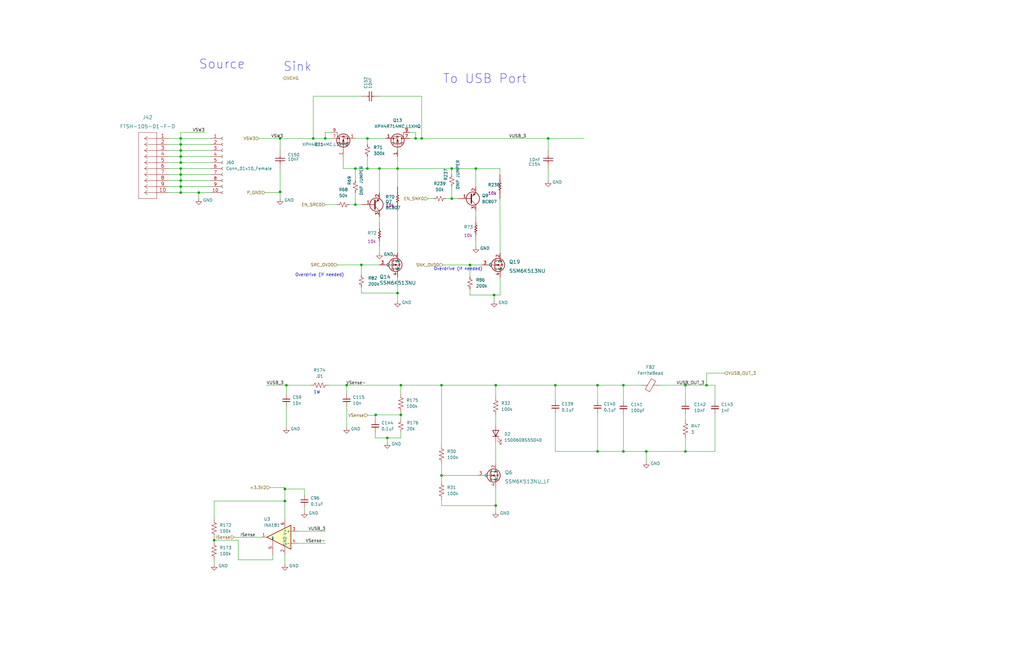
<source format=kicad_sch>
(kicad_sch (version 20230121) (generator eeschema)
  (paper "B")
  (lib_symbols
    (symbol "Amplifier_Current:INA181" (pin_names (offset 0.127))
      (property "Reference" "U" (at 3.81 3.81 0))
      (property "Value" "INA181" (at 3.81 -2.54 0))
      (symbol "INA181_0_1"
        (polyline (pts (xy 5.08 0) (xy -5.08 5.08) (xy -5.08 -5.08) (xy 5.08 0)) (stroke (width 0.254)) (fill (type background)))
      )
      (symbol "INA181_1_1"
        (pin output line (at 7.62 0 180) (length 2.54) (name "~") (number "1"))
        (pin power_in line (at -2.54 -7.62 90) (length 3.81) (name "GND") (number "2"))
        (pin input line (at -7.62 2.54 0) (length 2.54) (name "+") (number "3"))
        (pin input line (at -7.62 -2.54 0) (length 2.54) (name "-") (number "4"))
        (pin input line (at 2.54 -7.62 90) (length 6.35) (name "REF") (number "5"))
        (pin power_in line (at -2.54 7.62 270) (length 3.81) (name "V+") (number "6"))
      )
    )
    (symbol "BCU_AltiumImport-altium-import:0_Cap"
      (property "Value" "0_Cap" (at 0 0 0))
      (symbol "0_Cap_1_0"
        (polyline (pts (xy -2.032 -3.302) (xy 2.032 -3.302)) (stroke (width 0.254)))
        (polyline (pts (xy 0 -5.08) (xy 0 -4.318)) (stroke (width 0.254)))
        (polyline (pts (xy 0 -2.54) (xy 0 -3.302)) (stroke (width 0.254)))
        (polyline (pts (xy 2.032 -4.318) (xy -2.032 -4.318)) (stroke (width 0.254)))
        (pin passive line (at 0 0 270) (length 2.54) (name "1") (number "1"))
        (pin passive line (at 0 -7.62 90) (length 2.54) (name "2") (number "2"))
      )
    )
    (symbol "BCU_AltiumImport-altium-import:0_RES"
      (property "Value" "0_RES" (at 0 0 0))
      (symbol "0_RES_1_0"
        (polyline (pts (xy 7.62 0) (xy 6.604 0) (xy 6.35 -0.508) (xy 5.842 0.508) (xy 5.334 -0.508) (xy 4.826 0.508) (xy 4.318 -0.508) (xy 3.81 0.508) (xy 3.556 0) (xy 2.54 0)) (stroke (width 0.254)))
        (pin passive line (at 0 0 0) (length 2.54) (name "1") (number "1"))
        (pin passive line (at 10.16 0 180) (length 2.54) (name "2") (number "2"))
      )
    )
    (symbol "Connector:Conn_01x10_Female" (pin_names (offset 1.016) hide)
      (property "Reference" "J" (at 0 12.7 0))
      (property "Value" "Conn_01x10_Female" (at 0 -15.24 0))
      (symbol "Conn_01x10_Female_1_1"
        (arc (start 0 -12.192) (mid -0.5058 -12.7) (end 0 -13.208) (stroke (width 0.1524)))
        (arc (start 0 -9.652) (mid -0.5058 -10.16) (end 0 -10.668) (stroke (width 0.1524)))
        (arc (start 0 -7.112) (mid -0.5058 -7.62) (end 0 -8.128) (stroke (width 0.1524)))
        (arc (start 0 -4.572) (mid -0.5058 -5.08) (end 0 -5.588) (stroke (width 0.1524)))
        (arc (start 0 -2.032) (mid -0.5058 -2.54) (end 0 -3.048) (stroke (width 0.1524)))
        (polyline (pts (xy -1.27 -12.7) (xy -0.508 -12.7)) (stroke (width 0.1524)))
        (polyline (pts (xy -1.27 -10.16) (xy -0.508 -10.16)) (stroke (width 0.1524)))
        (polyline (pts (xy -1.27 -7.62) (xy -0.508 -7.62)) (stroke (width 0.1524)))
        (polyline (pts (xy -1.27 -5.08) (xy -0.508 -5.08)) (stroke (width 0.1524)))
        (polyline (pts (xy -1.27 -2.54) (xy -0.508 -2.54)) (stroke (width 0.1524)))
        (polyline (pts (xy -1.27 0) (xy -0.508 0)) (stroke (width 0.1524)))
        (polyline (pts (xy -1.27 2.54) (xy -0.508 2.54)) (stroke (width 0.1524)))
        (polyline (pts (xy -1.27 5.08) (xy -0.508 5.08)) (stroke (width 0.1524)))
        (polyline (pts (xy -1.27 7.62) (xy -0.508 7.62)) (stroke (width 0.1524)))
        (polyline (pts (xy -1.27 10.16) (xy -0.508 10.16)) (stroke (width 0.1524)))
        (arc (start 0 0.508) (mid -0.5058 0) (end 0 -0.508) (stroke (width 0.1524)))
        (arc (start 0 3.048) (mid -0.5058 2.54) (end 0 2.032) (stroke (width 0.1524)))
        (arc (start 0 5.588) (mid -0.5058 5.08) (end 0 4.572) (stroke (width 0.1524)))
        (arc (start 0 8.128) (mid -0.5058 7.62) (end 0 7.112) (stroke (width 0.1524)))
        (arc (start 0 10.668) (mid -0.5058 10.16) (end 0 9.652) (stroke (width 0.1524)))
        (pin passive line (at -5.08 10.16 0) (length 3.81) (name "Pin_1") (number "1"))
        (pin passive line (at -5.08 -12.7 0) (length 3.81) (name "Pin_10") (number "10"))
        (pin passive line (at -5.08 7.62 0) (length 3.81) (name "Pin_2") (number "2"))
        (pin passive line (at -5.08 5.08 0) (length 3.81) (name "Pin_3") (number "3"))
        (pin passive line (at -5.08 2.54 0) (length 3.81) (name "Pin_4") (number "4"))
        (pin passive line (at -5.08 0 0) (length 3.81) (name "Pin_5") (number "5"))
        (pin passive line (at -5.08 -2.54 0) (length 3.81) (name "Pin_6") (number "6"))
        (pin passive line (at -5.08 -5.08 0) (length 3.81) (name "Pin_7") (number "7"))
        (pin passive line (at -5.08 -7.62 0) (length 3.81) (name "Pin_8") (number "8"))
        (pin passive line (at -5.08 -10.16 0) (length 3.81) (name "Pin_9") (number "9"))
      )
    )
    (symbol "Connector:FTSH-105-01-F-D" (pin_names (offset 0.254) hide)
      (property "Reference" "J?" (at 8.89 6.35 0))
      (property "Value" "FTSH-105-01-F-D" (at 26.67 -6.35 0))
      (symbol "FTSH-105-01-F-D_1_1"
        (polyline (pts (xy 5.08 -25.4) (xy 12.7 -25.4)) (stroke (width 0.127)))
        (polyline (pts (xy 5.08 2.54) (xy 5.08 -25.4)) (stroke (width 0.127)))
        (polyline (pts (xy 10.16 -22.86) (xy 5.08 -22.86)) (stroke (width 0.127)))
        (polyline (pts (xy 10.16 -22.86) (xy 8.89 -23.6982)) (stroke (width 0.127)))
        (polyline (pts (xy 10.16 -22.86) (xy 8.89 -22.0218)) (stroke (width 0.127)))
        (polyline (pts (xy 10.16 -20.32) (xy 5.08 -20.32)) (stroke (width 0.127)))
        (polyline (pts (xy 10.16 -20.32) (xy 8.89 -21.1582)) (stroke (width 0.127)))
        (polyline (pts (xy 10.16 -20.32) (xy 8.89 -19.4818)) (stroke (width 0.127)))
        (polyline (pts (xy 10.16 -17.78) (xy 5.08 -17.78)) (stroke (width 0.127)))
        (polyline (pts (xy 10.16 -17.78) (xy 8.89 -18.6182)) (stroke (width 0.127)))
        (polyline (pts (xy 10.16 -17.78) (xy 8.89 -16.9418)) (stroke (width 0.127)))
        (polyline (pts (xy 10.16 -15.24) (xy 5.08 -15.24)) (stroke (width 0.127)))
        (polyline (pts (xy 10.16 -15.24) (xy 8.89 -16.0782)) (stroke (width 0.127)))
        (polyline (pts (xy 10.16 -15.24) (xy 8.89 -14.4018)) (stroke (width 0.127)))
        (polyline (pts (xy 10.16 -12.7) (xy 5.08 -12.7)) (stroke (width 0.127)))
        (polyline (pts (xy 10.16 -12.7) (xy 8.89 -13.5382)) (stroke (width 0.127)))
        (polyline (pts (xy 10.16 -12.7) (xy 8.89 -11.8618)) (stroke (width 0.127)))
        (polyline (pts (xy 10.16 -10.16) (xy 5.08 -10.16)) (stroke (width 0.127)))
        (polyline (pts (xy 10.16 -10.16) (xy 8.89 -10.9982)) (stroke (width 0.127)))
        (polyline (pts (xy 10.16 -10.16) (xy 8.89 -9.3218)) (stroke (width 0.127)))
        (polyline (pts (xy 10.16 -7.62) (xy 5.08 -7.62)) (stroke (width 0.127)))
        (polyline (pts (xy 10.16 -7.62) (xy 8.89 -8.4582)) (stroke (width 0.127)))
        (polyline (pts (xy 10.16 -7.62) (xy 8.89 -6.7818)) (stroke (width 0.127)))
        (polyline (pts (xy 10.16 -5.08) (xy 5.08 -5.08)) (stroke (width 0.127)))
        (polyline (pts (xy 10.16 -5.08) (xy 8.89 -5.9182)) (stroke (width 0.127)))
        (polyline (pts (xy 10.16 -5.08) (xy 8.89 -4.2418)) (stroke (width 0.127)))
        (polyline (pts (xy 10.16 -2.54) (xy 5.08 -2.54)) (stroke (width 0.127)))
        (polyline (pts (xy 10.16 -2.54) (xy 8.89 -3.3782)) (stroke (width 0.127)))
        (polyline (pts (xy 10.16 -2.54) (xy 8.89 -1.7018)) (stroke (width 0.127)))
        (polyline (pts (xy 10.16 0) (xy 5.08 0)) (stroke (width 0.127)))
        (polyline (pts (xy 10.16 0) (xy 8.89 -0.8382)) (stroke (width 0.127)))
        (polyline (pts (xy 10.16 0) (xy 8.89 0.8382)) (stroke (width 0.127)))
        (polyline (pts (xy 12.7 -25.4) (xy 12.7 2.54)) (stroke (width 0.127)))
        (polyline (pts (xy 12.7 2.54) (xy 5.08 2.54)) (stroke (width 0.127)))
        (pin unspecified line (at 0 0 0) (length 5.08) (name "1") (number "1"))
        (pin unspecified line (at 0 -22.86 0) (length 5.08) (name "10") (number "10"))
        (pin unspecified line (at 0 -2.54 0) (length 5.08) (name "2") (number "2"))
        (pin unspecified line (at 0 -5.08 0) (length 5.08) (name "3") (number "3"))
        (pin unspecified line (at 0 -7.62 0) (length 5.08) (name "4") (number "4"))
        (pin unspecified line (at 0 -10.16 0) (length 5.08) (name "5") (number "5"))
        (pin unspecified line (at 0 -12.7 0) (length 5.08) (name "6") (number "6"))
        (pin unspecified line (at 0 -15.24 0) (length 5.08) (name "7") (number "7"))
        (pin unspecified line (at 0 -17.78 0) (length 5.08) (name "8") (number "8"))
        (pin unspecified line (at 0 -20.32 0) (length 5.08) (name "9") (number "9"))
      )
    )
    (symbol "Device:C_Small" (pin_numbers hide) (pin_names (offset 0.254) hide)
      (property "Reference" "C" (at 0.254 1.778 0))
      (property "Value" "C_Small" (at 0.254 -2.032 0))
      (symbol "C_Small_0_1"
        (polyline (pts (xy -1.524 -0.508) (xy 1.524 -0.508)) (stroke (width 0.3302)))
        (polyline (pts (xy -1.524 0.508) (xy 1.524 0.508)) (stroke (width 0.3048)))
      )
      (symbol "C_Small_1_1"
        (pin passive line (at 0 2.54 270) (length 2.032) (name "~") (number "1"))
        (pin passive line (at 0 -2.54 90) (length 2.032) (name "~") (number "2"))
      )
    )
    (symbol "Device:FerriteBead" (pin_numbers hide) (pin_names (offset 0))
      (property "Reference" "FB" (at -3.81 0.635 90))
      (property "Value" "FerriteBead" (at 3.81 0 90))
      (symbol "FerriteBead_0_1"
        (polyline (pts (xy 0 -1.27) (xy 0 -1.2192)))
        (polyline (pts (xy 0 1.27) (xy 0 1.2954)))
        (polyline (pts (xy -2.7686 0.4064) (xy -1.7018 2.2606) (xy 2.7686 -0.3048) (xy 1.6764 -2.159) (xy -2.7686 0.4064)))
      )
      (symbol "FerriteBead_1_1"
        (pin passive line (at 0 3.81 270) (length 2.54) (name "~") (number "1"))
        (pin passive line (at 0 -3.81 90) (length 2.54) (name "~") (number "2"))
      )
    )
    (symbol "Device:LED" (pin_numbers hide) (pin_names (offset 1.016) hide)
      (property "Reference" "D" (at 0 2.54 0))
      (property "Value" "LED" (at 0 -2.54 0))
      (symbol "LED_0_1"
        (polyline (pts (xy -1.27 -1.27) (xy -1.27 1.27)) (stroke (width 0.254)))
        (polyline (pts (xy -1.27 0) (xy 1.27 0)))
        (polyline (pts (xy 1.27 -1.27) (xy 1.27 1.27) (xy -1.27 0) (xy 1.27 -1.27)) (stroke (width 0.254)))
        (polyline (pts (xy -3.048 -0.762) (xy -4.572 -2.286) (xy -3.81 -2.286) (xy -4.572 -2.286) (xy -4.572 -1.524)))
        (polyline (pts (xy -1.778 -0.762) (xy -3.302 -2.286) (xy -2.54 -2.286) (xy -3.302 -2.286) (xy -3.302 -1.524)))
      )
      (symbol "LED_1_1"
        (pin passive line (at -3.81 0 0) (length 2.54) (name "K") (number "1"))
        (pin passive line (at 3.81 0 180) (length 2.54) (name "A") (number "2"))
      )
    )
    (symbol "Device:Q_PMOS_SGDD" (pin_names (offset 0) hide)
      (property "Reference" "Q" (at 5.08 1.27 0))
      (property "Value" "Q_PMOS_SGDD" (at 5.08 -1.27 0))
      (symbol "Q_PMOS_SGDD_0_1"
        (polyline (pts (xy 0.254 0) (xy -2.54 0)))
        (polyline (pts (xy 0.254 1.905) (xy 0.254 -1.905)) (stroke (width 0.254)))
        (polyline (pts (xy 0.762 -1.27) (xy 0.762 -2.286)) (stroke (width 0.254)))
        (polyline (pts (xy 0.762 0.508) (xy 0.762 -0.508)) (stroke (width 0.254)))
        (polyline (pts (xy 0.762 2.286) (xy 0.762 1.27)) (stroke (width 0.254)))
        (polyline (pts (xy 2.54 -2.54) (xy 2.54 0) (xy 0.762 0)))
        (polyline (pts (xy 5.08 2.54) (xy 2.54 2.54) (xy 2.54 1.778)))
        (polyline (pts (xy 0.762 1.778) (xy 3.302 1.778) (xy 3.302 -1.778) (xy 0.762 -1.778)))
        (polyline (pts (xy 2.286 0) (xy 1.27 0.381) (xy 1.27 -0.381) (xy 2.286 0)) (fill (type outline)))
        (polyline (pts (xy 2.794 -0.508) (xy 2.921 -0.381) (xy 3.683 -0.381) (xy 3.81 -0.254)))
        (polyline (pts (xy 3.302 -0.381) (xy 2.921 0.254) (xy 3.683 0.254) (xy 3.302 -0.381)))
        (circle (center 1.651 0) (radius 2.794) (stroke (width 0.254)))
        (circle (center 2.54 -1.778) (radius 0.254) (fill (type outline)))
        (circle (center 2.54 1.778) (radius 0.254) (fill (type outline)))
      )
      (symbol "Q_PMOS_SGDD_1_1"
        (pin input line (at -5.08 0 0) (length 2.54) (name "G") (number "1"))
        (pin passive line (at 2.54 -5.08 90) (length 2.54) (name "S") (number "1"))
        (pin passive line (at 2.54 -5.08 90) (length 2.54) hide (name "S") (number "2"))
        (pin passive line (at 2.54 -5.08 90) (length 2.54) hide (name "S") (number "3"))
        (pin passive line (at 5.08 5.08 270) (length 2.54) hide (name "D") (number "5"))
        (pin passive line (at 2.54 5.08 270) (length 2.54) hide (name "D") (number "6"))
        (pin passive line (at 2.54 5.08 270) (length 2.54) (name "D") (number "7"))
        (pin passive line (at 5.08 5.08 270) (length 2.54) hide (name "D") (number "8"))
        (pin passive line (at 5.08 5.08 270) (length 2.54) (name "D") (number "9"))
      )
    )
    (symbol "Device:R_Small_US" (pin_numbers hide) (pin_names (offset 0.254) hide)
      (property "Reference" "R" (at 0.762 0.508 0))
      (property "Value" "R_Small_US" (at 0.762 -1.016 0))
      (symbol "R_Small_US_1_1"
        (polyline (pts (xy 0 0) (xy 1.016 -0.381) (xy 0 -0.762) (xy -1.016 -1.143) (xy 0 -1.524)))
        (polyline (pts (xy 0 1.524) (xy 1.016 1.143) (xy 0 0.762) (xy -1.016 0.381) (xy 0 0)))
        (pin passive line (at 0 2.54 270) (length 1.016) (name "~") (number "1"))
        (pin passive line (at 0 -2.54 90) (length 1.016) (name "~") (number "2"))
      )
    )
    (symbol "Device:R_US" (pin_numbers hide) (pin_names (offset 0))
      (property "Reference" "R" (at 2.54 0 90))
      (property "Value" "R_US" (at -2.54 0 90))
      (symbol "R_US_0_1"
        (polyline (pts (xy 0 -2.286) (xy 0 -2.54)))
        (polyline (pts (xy 0 2.286) (xy 0 2.54)))
        (polyline (pts (xy 0 -0.762) (xy 1.016 -1.143) (xy 0 -1.524) (xy -1.016 -1.905) (xy 0 -2.286)))
        (polyline (pts (xy 0 0.762) (xy 1.016 0.381) (xy 0 0) (xy -1.016 -0.381) (xy 0 -0.762)))
        (polyline (pts (xy 0 2.286) (xy 1.016 1.905) (xy 0 1.524) (xy -1.016 1.143) (xy 0 0.762)))
      )
      (symbol "R_US_1_1"
        (pin passive line (at 0 3.81 270) (length 1.27) (name "~") (number "1"))
        (pin passive line (at 0 -3.81 90) (length 1.27) (name "~") (number "2"))
      )
    )
    (symbol "Transistor_BJT:BC807" (pin_names (offset 0) hide)
      (property "Reference" "Q" (at 5.08 1.905 0))
      (property "Value" "BC807" (at 5.08 0 0))
      (symbol "BC807_0_1"
        (polyline (pts (xy 0.635 0.635) (xy 2.54 2.54)))
        (polyline (pts (xy 0.635 -0.635) (xy 2.54 -2.54) (xy 2.54 -2.54)))
        (polyline (pts (xy 0.635 1.905) (xy 0.635 -1.905) (xy 0.635 -1.905)) (stroke (width 0.508)))
        (polyline (pts (xy 2.286 -1.778) (xy 1.778 -2.286) (xy 1.27 -1.27) (xy 2.286 -1.778) (xy 2.286 -1.778)) (fill (type outline)))
        (circle (center 1.27 0) (radius 2.8194) (stroke (width 0.254)))
      )
      (symbol "BC807_1_1"
        (pin input line (at -5.08 0 0) (length 5.715) (name "B") (number "1"))
        (pin passive line (at 2.54 -5.08 90) (length 2.54) (name "E") (number "2"))
        (pin passive line (at 2.54 5.08 270) (length 2.54) (name "C") (number "3"))
      )
    )
    (symbol "Transistor_FET:SSM6K513NU_LF" (pin_names (offset 0.254))
      (property "Reference" "Q" (at 12.7 8.89 0))
      (property "Value" "SSM6K513NU_LF" (at 19.05 6.35 0))
      (symbol "SSM6K513NU_LF_0_1"
        (polyline (pts (xy 1.524 0) (xy -1.27 0)))
        (polyline (pts (xy 1.524 1.905) (xy 1.524 -1.905)) (stroke (width 0.254)))
        (polyline (pts (xy 2.032 -1.27) (xy 2.032 -2.286)) (stroke (width 0.254)))
        (polyline (pts (xy 2.032 0.508) (xy 2.032 -0.508)) (stroke (width 0.254)))
        (polyline (pts (xy 2.032 2.286) (xy 2.032 1.27)) (stroke (width 0.254)))
        (polyline (pts (xy 3.81 2.54) (xy 3.81 1.778)))
        (polyline (pts (xy 3.81 -2.54) (xy 3.81 0) (xy 2.032 0)))
        (polyline (pts (xy 2.032 -1.778) (xy 4.572 -1.778) (xy 4.572 1.778) (xy 2.032 1.778)))
        (polyline (pts (xy 2.286 0) (xy 3.302 0.381) (xy 3.302 -0.381) (xy 2.286 0)) (fill (type outline)))
        (polyline (pts (xy 4.064 0.508) (xy 4.191 0.381) (xy 4.953 0.381) (xy 5.08 0.254)))
        (polyline (pts (xy 4.572 0.381) (xy 4.191 -0.254) (xy 4.953 -0.254) (xy 4.572 0.381)))
        (circle (center 2.921 0) (radius 2.794) (stroke (width 0.254)))
        (circle (center 3.81 -1.778) (radius 0.254) (fill (type outline)))
        (circle (center 3.81 1.778) (radius 0.254) (fill (type outline)))
      )
      (symbol "SSM6K513NU_LF_1_1"
        (pin passive line (at 3.81 5.08 270) (length 2.54) hide (name "D") (number "1"))
        (pin passive line (at 3.81 5.08 270) (length 2.54) (name "D") (number "2"))
        (pin input line (at -3.81 0 0) (length 2.54) (name "G") (number "3"))
        (pin passive line (at 3.81 -5.08 90) (length 2.54) (name "S") (number "4"))
        (pin passive line (at 3.81 5.08 270) (length 2.54) hide (name "D") (number "5"))
        (pin passive line (at 3.81 5.08 270) (length 2.54) hide (name "D") (number "6"))
      )
    )
    (symbol "power:GND" (power) (pin_names (offset 0))
      (property "Value" "GND" (at 0 -3.81 0))
      (symbol "GND_0_1"
        (polyline (pts (xy 0 0) (xy 0 -1.27) (xy 1.27 -1.27) (xy 0 -2.54) (xy -1.27 -1.27) (xy 0 -1.27)))
      )
      (symbol "GND_1_1"
        (pin power_in line (at 0 0 270) (length 0) hide (name "GND") (number "1"))
      )
    )
  )
  (junction (at 262.89 190.5))
  (junction (at 118.11 80.9737))
  (junction (at 186.1769 200.66))
  (junction (at 163.3169 184.785))
  (junction (at 137.16 58.42))
  (junction (at 251.968 190.5))
  (junction (at 118.11 58.42))
  (junction (at 160.02 71.12))
  (junction (at 297.9369 162.56))
  (junction (at 167.64 71.12))
  (junction (at 186.1769 162.56))
  (junction (at 154.94 58.42))
  (junction (at 76.2 63.5))
  (junction (at 154.94 71.12))
  (junction (at 146.1719 162.56))
  (junction (at 120.1369 206.375))
  (junction (at 132.08 58.42))
  (junction (at 76.2 66.04))
  (junction (at 149.86 86.36))
  (junction (at 76.2 60.96))
  (junction (at 76.2 78.74))
  (junction (at 209.0369 162.56))
  (junction (at 76.2 68.58))
  (junction (at 76.2 58.42))
  (junction (at 262.89 162.56))
  (junction (at 76.2 81.28))
  (junction (at 190.5 83.82))
  (junction (at 169.0319 162.56))
  (junction (at 208.341 124.4999))
  (junction (at 234.188 162.56))
  (junction (at 175.26 58.42))
  (junction (at 289.052 190.5))
  (junction (at 231.14 58.42))
  (junction (at 200.66 71.12))
  (junction (at 158.4243 175.0535))
  (junction (at 152.4 111.76))
  (junction (at 177.8 58.42))
  (junction (at 198.181 111.7999))
  (junction (at 120.7719 162.56))
  (junction (at 169.0319 175.0535))
  (junction (at 90.2919 227.965))
  (junction (at 149.86 71.12))
  (junction (at 120.1369 211.455))
  (junction (at 272.5369 190.5))
  (junction (at 83.82 81.28))
  (junction (at 76.2 76.2))
  (junction (at 251.968 162.56))
  (junction (at 190.5 71.12))
  (junction (at 289.052 162.56))
  (junction (at 76.2 71.12))
  (junction (at 76.2 73.66))
  (junction (at 167.64 123.698))
  (junction (at 209.0369 213.36))
  (wire (pts (xy 167.64 123.698) (xy 167.64 127)))
  (wire (pts (xy 76.2 68.58) (xy 71.12 68.58)))
  (wire (pts (xy 234.188 190.5) (xy 234.188 174.244)))
  (wire (pts (xy 158.4243 175.26) (xy 158.4243 175.0535)))
  (wire (pts (xy 210.82 83.82) (xy 210.881 106.7199)))
  (wire (pts (xy 83.82 83.82) (xy 83.82 81.28)))
  (wire (pts (xy 146.1719 166.37) (xy 146.1719 162.56)))
  (wire (pts (xy 186.751 111.7999) (xy 198.181 111.7999)))
  (wire (pts (xy 88.9 68.58) (xy 76.2 68.58)))
  (wire (pts (xy 88.9 78.74) (xy 76.2 78.74)))
  (wire (pts (xy 88.9 71.12) (xy 76.2 71.12)))
  (wire (pts (xy 154.94 58.42) (xy 154.94 60.96)))
  (wire (pts (xy 198.181 111.7999) (xy 198.181 116.8799)))
  (wire (pts (xy 132.08 58.42) (xy 137.16 58.42)))
  (wire (pts (xy 272.5369 194.945) (xy 272.5369 190.5)))
  (wire (pts (xy 169.0319 175.0535) (xy 169.0319 173.99)))
  (wire (pts (xy 160.02 91.44) (xy 160.02 93.98)))
  (wire (pts (xy 169.0319 177.165) (xy 169.0319 175.0535)))
  (wire (pts (xy 167.64 88.9) (xy 167.64 106.68)))
  (wire (pts (xy 137.2819 229.235) (xy 125.2169 229.235)))
  (wire (pts (xy 251.968 169.164) (xy 251.968 162.56)))
  (wire (pts (xy 278.13 162.56) (xy 289.052 162.56)))
  (wire (pts (xy 76.2 76.2) (xy 76.2 78.74)))
  (wire (pts (xy 209.0369 215.9) (xy 209.0369 213.36)))
  (wire (pts (xy 180.34 83.82) (xy 182.88 83.82)))
  (wire (pts (xy 76.2 81.28) (xy 71.12 81.28)))
  (wire (pts (xy 186.1769 200.66) (xy 201.4169 200.66)))
  (wire (pts (xy 163.3169 184.785) (xy 169.0319 184.785)))
  (wire (pts (xy 167.64 71.12) (xy 167.64 66.04)))
  (wire (pts (xy 149.86 71.12) (xy 149.86 76.2)))
  (wire (pts (xy 262.89 162.56) (xy 270.51 162.56)))
  (wire (pts (xy 137.16 55.88) (xy 139.7 55.88)))
  (wire (pts (xy 208.341 124.4999) (xy 210.881 124.4999)))
  (wire (pts (xy 198.181 111.7999) (xy 203.261 111.7999)))
  (wire (pts (xy 190.5 83.82) (xy 193.04 83.82)))
  (wire (pts (xy 175.26 58.42) (xy 177.8 58.42)))
  (wire (pts (xy 88.9 76.2) (xy 76.2 76.2)))
  (wire (pts (xy 71.12 73.66) (xy 76.2 73.66)))
  (wire (pts (xy 120.1369 206.375) (xy 120.1369 211.455)))
  (wire (pts (xy 231.14 71.12) (xy 231.14 76.2)))
  (wire (pts (xy 208.341 124.4999) (xy 208.341 127.0399)))
  (wire (pts (xy 149.86 81.28) (xy 149.86 86.36)))
  (wire (pts (xy 152.4 123.698) (xy 167.64 123.698)))
  (wire (pts (xy 138.5519 162.56) (xy 146.1719 162.56)))
  (wire (pts (xy 210.82 71.12) (xy 210.82 73.66)))
  (wire (pts (xy 120.7719 171.45) (xy 120.7719 180.34)))
  (wire (pts (xy 209.0369 205.74) (xy 209.0369 213.36)))
  (wire (pts (xy 90.2919 228.6) (xy 90.2919 227.965)))
  (wire (pts (xy 88.9 66.04) (xy 76.2 66.04)))
  (wire (pts (xy 101.3334 226.718) (xy 98.6748 226.718)))
  (wire (pts (xy 289.052 162.56) (xy 297.9369 162.56)))
  (wire (pts (xy 149.86 71.12) (xy 154.94 71.12)))
  (wire (pts (xy 88.9 63.5) (xy 76.2 63.5)))
  (wire (pts (xy 88.9 81.28) (xy 83.82 81.28)))
  (wire (pts (xy 210.881 116.8799) (xy 210.881 124.4999)))
  (wire (pts (xy 186.1769 162.56) (xy 209.0369 162.56)))
  (wire (pts (xy 172.72 55.88) (xy 175.26 55.88)))
  (wire (pts (xy 71.12 66.04) (xy 76.2 66.04)))
  (wire (pts (xy 231.14 58.42) (xy 231.14 63.5)))
  (wire (pts (xy 190.5 71.12) (xy 190.5 73.66)))
  (wire (pts (xy 120.1369 211.455) (xy 120.1369 219.075)))
  (wire (pts (xy 200.66 104.14) (xy 200.66 101.6)))
  (wire (pts (xy 120.7719 162.56) (xy 120.7719 166.37)))
  (wire (pts (xy 120.7719 162.56) (xy 130.9319 162.56)))
  (wire (pts (xy 137.16 55.88) (xy 137.16 58.42)))
  (wire (pts (xy 146.1719 162.56) (xy 169.0319 162.56)))
  (wire (pts (xy 160.02 106.68) (xy 160.02 104.14)))
  (wire (pts (xy 120.1369 205.74) (xy 120.1369 206.375)))
  (wire (pts (xy 83.82 81.28) (xy 76.2 81.28)))
  (wire (pts (xy 169.0319 182.245) (xy 169.0319 184.785)))
  (wire (pts (xy 146.1719 171.45) (xy 146.1719 180.34)))
  (wire (pts (xy 149.86 86.36) (xy 152.4 86.36)))
  (wire (pts (xy 231.14 58.42) (xy 246.38 58.42)))
  (wire (pts (xy 251.968 174.244) (xy 251.968 190.5)))
  (wire (pts (xy 71.12 60.96) (xy 76.2 60.96)))
  (wire (pts (xy 234.188 169.164) (xy 234.188 162.56)))
  (wire (pts (xy 76.2 63.5) (xy 76.2 66.04)))
  (wire (pts (xy 200.66 88.9) (xy 200.66 91.44)))
  (wire (pts (xy 272.5369 190.5) (xy 289.052 190.5)))
  (wire (pts (xy 118.11 58.42) (xy 118.11 63.5)))
  (wire (pts (xy 297.9369 162.56) (xy 297.9369 157.48)))
  (wire (pts (xy 115.0569 236.22) (xy 100.4519 236.22)))
  (wire (pts (xy 86.36 55.88) (xy 76.2 55.88)))
  (wire (pts (xy 198.181 121.9599) (xy 198.181 124.4999)))
  (wire (pts (xy 297.9369 162.56) (xy 301.498 162.56)))
  (wire (pts (xy 177.8 40.64) (xy 177.8 58.42)))
  (wire (pts (xy 149.86 58.42) (xy 154.94 58.42)))
  (wire (pts (xy 142.24 111.76) (xy 152.4 111.76)))
  (wire (pts (xy 169.0319 166.37) (xy 169.0319 162.56)))
  (wire (pts (xy 137.2819 224.155) (xy 125.2169 224.155)))
  (wire (pts (xy 209.0369 175.26) (xy 209.0369 179.07)))
  (wire (pts (xy 155.0619 175.26) (xy 158.4243 175.26)))
  (wire (pts (xy 152.4 111.76) (xy 160.02 111.76)))
  (wire (pts (xy 163.3169 186.69) (xy 163.3169 184.785)))
  (wire (pts (xy 144.78 66.04) (xy 144.78 71.12)))
  (wire (pts (xy 158.2369 175.0535) (xy 158.4243 175.0535)))
  (wire (pts (xy 76.2 71.12) (xy 76.2 73.66)))
  (wire (pts (xy 71.12 63.5) (xy 76.2 63.5)))
  (wire (pts (xy 234.188 190.5) (xy 251.968 190.5)))
  (wire (pts (xy 160.02 71.12) (xy 160.02 81.28)))
  (wire (pts (xy 144.78 71.12) (xy 149.86 71.12)))
  (wire (pts (xy 137.16 86.36) (xy 142.24 86.36)))
  (wire (pts (xy 190.5 78.74) (xy 190.5 83.82)))
  (wire (pts (xy 262.89 174.498) (xy 262.89 190.5)))
  (wire (pts (xy 152.4 40.64) (xy 132.08 40.64)))
  (wire (pts (xy 118.11 71.12) (xy 118.11 80.9737)))
  (wire (pts (xy 152.4 111.76) (xy 152.4 116.078)))
  (wire (pts (xy 158.2369 184.785) (xy 163.3169 184.785)))
  (wire (pts (xy 71.12 71.12) (xy 76.2 71.12)))
  (wire (pts (xy 88.9 60.96) (xy 76.2 60.96)))
  (wire (pts (xy 186.1769 213.36) (xy 209.0369 213.36)))
  (wire (pts (xy 200.66 71.12) (xy 210.82 71.12)))
  (wire (pts (xy 186.1769 210.82) (xy 186.1769 213.36)))
  (wire (pts (xy 289.052 190.5) (xy 301.498 190.5)))
  (wire (pts (xy 76.2 58.42) (xy 76.2 60.96)))
  (wire (pts (xy 297.9369 157.48) (xy 305.5569 157.48)))
  (wire (pts (xy 118.11 80.9737) (xy 118.11 83.82)))
  (wire (pts (xy 177.8 58.42) (xy 231.14 58.42)))
  (wire (pts (xy 167.64 71.12) (xy 167.64 78.74)))
  (wire (pts (xy 115.0569 234.315) (xy 115.0569 236.22)))
  (wire (pts (xy 76.2 55.88) (xy 76.2 58.42)))
  (wire (pts (xy 120.7719 162.56) (xy 112.4058 162.56)))
  (wire (pts (xy 71.12 76.2) (xy 76.2 76.2)))
  (wire (pts (xy 137.16 58.42) (xy 139.7 58.42)))
  (wire (pts (xy 76.2 66.04) (xy 76.2 68.58)))
  (wire (pts (xy 109.22 58.42) (xy 118.11 58.42)))
  (wire (pts (xy 251.968 162.56) (xy 262.89 162.56)))
  (wire (pts (xy 88.9 73.66) (xy 76.2 73.66)))
  (wire (pts (xy 186.1769 195.58) (xy 186.1769 200.66)))
  (wire (pts (xy 289.052 174.498) (xy 289.052 177.292)))
  (wire (pts (xy 120.1369 238.125) (xy 120.1369 234.315)))
  (wire (pts (xy 234.188 162.56) (xy 251.968 162.56)))
  (wire (pts (xy 113.7869 205.74) (xy 120.1369 205.74)))
  (wire (pts (xy 154.94 66.04) (xy 154.94 71.12)))
  (wire (pts (xy 147.32 86.36) (xy 149.86 86.36)))
  (wire (pts (xy 262.89 190.5) (xy 272.5369 190.5)))
  (wire (pts (xy 90.2919 238.125) (xy 90.2919 236.22)))
  (wire (pts (xy 128.3919 206.375) (xy 120.1369 206.375)))
  (wire (pts (xy 117.9748 81.28) (xy 117.9748 80.9737)))
  (wire (pts (xy 76.2 78.74) (xy 76.2 81.28)))
  (wire (pts (xy 88.9 58.42) (xy 76.2 58.42)))
  (wire (pts (xy 128.3919 208.915) (xy 128.3919 206.375)))
  (wire (pts (xy 289.052 184.912) (xy 289.052 190.5)))
  (wire (pts (xy 76.2 73.66) (xy 76.2 76.2)))
  (wire (pts (xy 158.4243 175.0535) (xy 169.0319 175.0535)))
  (wire (pts (xy 190.5 71.12) (xy 200.66 71.12)))
  (wire (pts (xy 209.0369 162.56) (xy 234.188 162.56)))
  (wire (pts (xy 200.66 71.12) (xy 200.66 78.74)))
  (wire (pts (xy 90.2919 211.455) (xy 120.1369 211.455)))
  (wire (pts (xy 187.96 83.82) (xy 190.5 83.82)))
  (wire (pts (xy 169.0319 162.56) (xy 186.1769 162.56)))
  (wire (pts (xy 128.3919 215.9) (xy 128.3919 213.995)))
  (wire (pts (xy 158.2369 177.165) (xy 158.2369 175.0535)))
  (wire (pts (xy 101.3334 226.718) (xy 109.9769 226.695)))
  (wire (pts (xy 262.89 162.56) (xy 262.89 169.418)))
  (wire (pts (xy 76.2 60.96) (xy 76.2 63.5)))
  (wire (pts (xy 251.968 190.5) (xy 262.89 190.5)))
  (wire (pts (xy 172.72 58.42) (xy 175.26 58.42)))
  (wire (pts (xy 289.052 169.418) (xy 289.052 162.56)))
  (wire (pts (xy 160.02 40.64) (xy 177.8 40.64)))
  (wire (pts (xy 301.498 169.418) (xy 301.498 162.56)))
  (wire (pts (xy 209.0369 186.69) (xy 209.0369 195.58)))
  (wire (pts (xy 158.2369 182.245) (xy 158.2369 184.785)))
  (wire (pts (xy 118.11 58.42) (xy 132.08 58.42)))
  (wire (pts (xy 175.26 55.88) (xy 175.26 58.42)))
  (wire (pts (xy 186.1769 203.2) (xy 186.1769 200.66)))
  (wire (pts (xy 160.02 71.12) (xy 167.64 71.12)))
  (wire (pts (xy 167.64 71.12) (xy 190.5 71.12)))
  (wire (pts (xy 71.12 78.74) (xy 76.2 78.74)))
  (wire (pts (xy 111.76 81.28) (xy 117.9748 81.28)))
  (wire (pts (xy 209.0369 162.56) (xy 209.0369 167.64)))
  (wire (pts (xy 90.2919 227.965) (xy 90.2919 226.695)))
  (wire (pts (xy 186.1769 162.56) (xy 186.1769 187.96)))
  (wire (pts (xy 100.4519 236.22) (xy 100.4519 227.965)))
  (wire (pts (xy 154.94 58.42) (xy 162.56 58.42)))
  (wire (pts (xy 132.08 40.64) (xy 132.08 58.42)))
  (wire (pts (xy 154.94 71.12) (xy 160.02 71.12)))
  (wire (pts (xy 117.9748 80.9737) (xy 118.11 80.9737)))
  (wire (pts (xy 100.4519 227.965) (xy 90.2919 227.965)))
  (wire (pts (xy 90.2919 219.075) (xy 90.2919 211.455)))
  (wire (pts (xy 198.181 124.4999) (xy 208.341 124.4999)))
  (wire (pts (xy 71.12 58.42) (xy 76.2 58.42)))
  (wire (pts (xy 301.498 174.498) (xy 301.498 190.5)))
  (wire (pts (xy 152.4 121.158) (xy 152.4 123.698)))
  (wire (pts (xy 167.64 116.84) (xy 167.64 123.698)))
  (text "1W\n" (at 132.2019 166.37 0) (effects (font (size 1.27 1.27)) (justify left bottom)))
  (text "To USB Port\n" (at 186.69 35.56 0) (effects (font (size 3.81 3.81)) (justify left bottom)))
  (text "Source\n\n" (at 83.82 35.56 0) (effects (font (size 3.81 3.81)) (justify left bottom)))
  (text "Overdrive (if needed)\n" (at 182.88 114.3 0) (effects (font (size 1.27 1.27)) (justify left bottom)))
  (text "Sink\n" (at 119.38 30.48 0) (effects (font (size 3.81 3.81)) (justify left bottom)))
  (text "Overdrive (if needed)\n" (at 124.46 116.84 0) (effects (font (size 1.27 1.27)) (justify left bottom)))
  (label "VUSB_OUT_3" (at 285.2369 162.56 0))
  (label "VSW3" (at 86.36 55.88 180))
  (label "VSense-" (at 137.2819 229.235 180))
  (label "VUSB_3" (at 214.63 58.42 0))
  (label "VUSB_3" (at 112.4058 162.56 0))
  (label "VSense-" (at 145.991 162.56 0))
  (label "VSW3" (at 114.3 58.42 0))
  (label "ISense" (at 101.3334 226.718 0))
  (label "VUSB_3" (at 137.2819 224.155 180))
  (hierarchical_label "VSense" (shape input) (at 155.0619 175.26 180))
  (hierarchical_label "EN_SRC0" (shape input) (at 137.16 86.36 180))
  (hierarchical_label "VUSB_OUT_3" (shape input) (at 305.5569 157.48 0))
  (hierarchical_label "VCHG" (shape input) (at 119.38 33.02 0))
  (hierarchical_label "P_GND" (shape input) (at 111.76 81.28 180))
  (hierarchical_label "SRC_OVD0" (shape input) (at 142.24 111.76 180))
  (hierarchical_label "SNK_OVD0" (shape input) (at 186.751 111.7999 180))
  (hierarchical_label "EN_SNK0" (shape input) (at 180.34 83.82 180))
  (hierarchical_label "+3.3V2" (shape input) (at 113.7869 205.74 180))
  (hierarchical_label "ISense" (shape input) (at 98.6748 226.718 180))
  (hierarchical_label "VSW3" (shape input) (at 109.22 58.42 180))
  (symbol (lib_id "Device:R_US") (at 186.1769 191.77 0) (unit 1)
    (property "Reference" "R30" (at 188.4629 190.4999 0) (effects (justify left)))
    (property "Value" "100k" (at 188.4629 193.0399 0) (effects (justify left)))
    (property "Footprint" "Resistor_SMD:R_0402_1005Metric" (effects hide))
    (property "Part Name" "RT0402DRE07100KL" (effects hide))
  )
  (symbol (lib_id "Device:R_US") (at 169.0319 170.18 0) (unit 1)
    (property "Reference" "R175" (at 171.3179 168.9099 0) (effects (justify left)))
    (property "Value" "100k" (at 171.3179 171.4499 0) (effects (justify left)))
    (property "Footprint" "Resistor_SMD:R_0402_1005Metric" (effects hide))
    (property "Part Name" "RT0402DRE07100KL" (effects hide))
  )
  (symbol (lib_id "Device:FerriteBead") (at 274.32 162.56 90) (unit 1)
    (property "Reference" "FB2" (at 274.2692 154.94 90))
    (property "Value" "FerriteBead" (at 274.2692 157.48 90))
    (property "Footprint" "Resistor_SMD:R_1210_3225Metric" (effects hide))
    (property "Part Name" "BLM31SN500SN1L" (effects hide))
    (property "MFG" "Murata" (effects hide))
  )
  (symbol (lib_id "Transistor_FET:SSM6K513NU_LF") (at 163.83 111.76 0) (unit 1)
    (property "Reference" "Q14" (at 160.02 116.84 0) (effects (font (size 1.524 1.524)) (justify left)))
    (property "Value" "SSM6K513NU" (at 160.02 119.38 0) (effects (font (size 1.524 1.524)) (justify left)))
    (property "Footprint" "Package_DFN_QFN:SSM6K513NU_LF" (effects hide))
    (property "MFG" "Toshiba" (effects hide))
    (property "Part Name" "SSM6K513NU,LF" (effects hide))
  )
  (symbol (lib_id "Device:R_US") (at 134.7419 162.56 90) (unit 1)
    (property "Reference" "R174" (at 134.7419 156.21 90))
    (property "Value" ".01" (at 134.7419 158.75 90))
    (property "Footprint" "Resistor_SMD:R_1206_3216Metric" (effects hide))
  )
  (symbol (lib_id "Device:R_Small_US") (at 152.4 118.618 0) (unit 1)
    (property "Reference" "R82" (at 155.194 117.3479 0) (effects (justify left)))
    (property "Value" "200k" (at 155.194 119.8879 0) (effects (justify left)))
    (property "Footprint" "Resistor_SMD:R_0402_1005Metric" (effects hide))
    (property "MANUFACTURER" "YAGEO" (effects hide))
    (property "MANUFACTURER PARTNO" "RC0402JR-13200KL" (effects hide))
    (property "Part Name" "RC0402JR-13200KL" (effects hide))
  )
  (symbol (lib_id "power:GND") (at 120.1369 238.125 0) (unit 1)
    (property "Reference" "#PWR0276" (effects hide))
    (property "Value" "GND" (at 123.9469 238.76 0))
  )
  (symbol (lib_id "Device:R_Small_US") (at 149.86 78.74 0) (mirror y) (unit 1)
    (property "Reference" "R69" (at 147.32 76.2 90))
    (property "Value" "DNP JUMPER" (at 152.4 76.2 90))
    (property "Footprint" "Resistor_SMD:R_0402_1005Metric" (effects hide))
    (property "MANUFACTURER" "YAGEO" (effects hide))
    (property "Part Name" "RC0402JR-130RL" (effects hide))
  )
  (symbol (lib_id "power:GND") (at 128.3919 215.9 0) (unit 1)
    (property "Reference" "#PWR0274" (effects hide))
    (property "Value" "GND" (at 132.2019 216.535 0))
  )
  (symbol (lib_id "Amplifier_Current:INA181") (at 117.5969 226.695 0) (mirror y) (unit 1)
    (property "Reference" "U3" (at 111.2469 219.075 0) (effects (justify right)))
    (property "Value" "INA181" (at 111.2469 221.615 0) (effects (justify right)))
    (property "Footprint" "Package_TO_SOT_SMD:SOT-23-6" (effects hide))
    (property "Datasheet" "http://www.ti.com/lit/ds/symlink/ina181.pdf" (effects hide))
  )
  (symbol (lib_id "Device:C_Small") (at 128.3919 211.455 0) (unit 1)
    (property "Reference" "C96" (at 130.9319 210.1912 0) (effects (justify left)))
    (property "Value" "0.1uF" (at 130.9319 212.7312 0) (effects (justify left)))
    (property "Footprint" "Capacitor_SMD:C_0402_1005Metric" (effects hide))
    (property "MFG" "Murata Electronics" (effects hide))
    (property "Part Name" "GRM155R61H104ME14J" (effects hide))
    (property "MFG 2" "Yageo" (effects hide))
    (property "Part Name 2" "CC0402KRX5R9BB104" (effects hide))
  )
  (symbol (lib_id "Device:C_Small") (at 234.188 171.704 0) (unit 1)
    (property "Reference" "C139" (at 236.728 170.4402 0) (effects (justify left)))
    (property "Value" "0.1uF" (at 236.728 172.9802 0) (effects (justify left)))
    (property "Footprint" "Capacitor_SMD:C_0402_1005Metric" (effects hide))
    (property "MFG" "Murata Electronics" (effects hide))
    (property "Part Name" "GRM155R61H104ME14J" (effects hide))
    (property "MFG 2" "Yageo" (effects hide))
    (property "Part Name 2" "CC0402KRX5R9BB104" (effects hide))
  )
  (symbol (lib_id "Device:R_Small_US") (at 169.0319 179.705 0) (mirror y) (unit 1)
    (property "Reference" "R176" (at 171.45 178.4349 0) (effects (justify right)))
    (property "Value" "20k" (at 171.45 180.9749 0) (effects (justify right)))
    (property "Footprint" "Resistor_SMD:R_0402_1005Metric" (effects hide))
    (property "MANUFACTURER" "YAGEO" (effects hide))
    (property "MANUFACTURER PARTNO" "RC0402FR-0720KL" (effects hide))
  )
  (symbol (lib_id "Device:R_Small_US") (at 190.5 76.2 0) (mirror y) (unit 1)
    (property "Reference" "R237" (at 187.96 73.66 90))
    (property "Value" "DNP JUMPER" (at 193.04 73.66 90))
    (property "Footprint" "Resistor_SMD:R_0402_1005Metric" (effects hide))
    (property "MANUFACTURER" "YAGEO" (effects hide))
    (property "Part Name" "RC0402JR-130RL" (effects hide))
  )
  (symbol (lib_id "power:GND") (at 120.7719 180.34 0) (unit 1)
    (property "Reference" "#PWR0275" (effects hide))
    (property "Value" "GND" (at 124.5819 180.975 0))
  )
  (symbol (lib_id "Device:R_Small_US") (at 144.78 86.36 90) (unit 1)
    (property "Reference" "R68" (at 144.78 80.01 90))
    (property "Value" "50k" (at 144.78 82.55 90))
    (property "Footprint" "Resistor_SMD:R_0402_1005Metric" (effects hide))
    (property "Part Name" "RT0402FRE0751KL" (effects hide))
  )
  (symbol (lib_id "Connector:Conn_01x10_Female") (at 93.98 68.58 0) (unit 1)
    (property "Reference" "J60" (at 95.25 68.5799 0) (effects (justify left)))
    (property "Value" "Conn_01x10_Female" (at 95.25 71.1199 0) (effects (justify left)))
    (property "Footprint" "Connector_Samtec:CLP-105-02-L-D" (effects hide))
    (property "MFG" "Samtec" (effects hide))
    (property "Part Name" "CLP-105-02-L-D" (effects hide))
  )
  (symbol (lib_id "Device:Q_PMOS_SGDD") (at 144.78 60.96 90) (unit 1)
    (property "Reference" "Q11" (at 134.62 60.96 90))
    (property "Value" "XPH4R714MC,L1XHQ" (at 137.16 60.96 90))
    (property "Footprint" "Package_SO:PowerPAK_SO-8_Single" (effects hide))
    (property "Part Name" "XPH4R714MC,L1XHQ" (effects hide))
    (property "MFG" "Toshiba" (effects hide))
  )
  (symbol (lib_id "power:GND") (at 163.3169 186.69 0) (unit 1)
    (property "Reference" "#PWR0246" (effects hide))
    (property "Value" "GND" (at 167.1269 187.325 0))
  )
  (symbol (lib_id "power:GND") (at 272.5369 194.945 0) (unit 1)
    (property "Reference" "#PWR0272" (effects hide))
    (property "Value" "GND" (at 276.3469 195.58 0))
  )
  (symbol (lib_id "power:GND") (at 209.0369 215.9 0) (unit 1)
    (property "Reference" "#PWR0248" (effects hide))
    (property "Value" "GND" (at 212.8469 216.535 0))
  )
  (symbol (lib_id "power:GND") (at 118.11 83.82 0) (unit 1)
    (property "Reference" "#PWR0250" (effects hide))
    (property "Value" "GND" (at 121.92 84.455 0))
  )
  (symbol (lib_id "Connector:FTSH-105-01-F-D") (at 71.12 58.42 0) (mirror y) (unit 1)
    (property "Reference" "J42" (at 62.23 49.53 0) (effects (font (size 1.524 1.524))))
    (property "Value" "FTSH-105-01-F-D" (at 62.23 53.34 0) (effects (font (size 1.524 1.524))))
    (property "Footprint" "Connector_Samtec:FTSH-105-01-F-D" (effects hide))
  )
  (symbol (lib_id "Device:C_Small") (at 158.2369 179.705 0) (unit 1)
    (property "Reference" "C144" (at 160.7769 178.4412 0) (effects (justify left)))
    (property "Value" "0.1uF" (at 160.7769 180.9812 0) (effects (justify left)))
    (property "Footprint" "Capacitor_SMD:C_0402_1005Metric" (effects hide))
    (property "MFG" "Murata Electronics" (effects hide))
    (property "Part Name" "GRM155R61H104ME14J" (effects hide))
    (property "MFG 2" "Yageo" (effects hide))
    (property "Part Name 2" "CC0402KRX5R9BB104" (effects hide))
  )
  (symbol (lib_id "Device:C_Small") (at 262.89 171.958 0) (unit 1)
    (property "Reference" "C141" (at 265.938 170.6942 0) (effects (justify left)))
    (property "Value" "100pF" (at 265.938 173.2342 0) (effects (justify left)))
    (property "Footprint" "Capacitor_SMD:C_0402_1005Metric" (effects hide))
    (property "MFG" "Murata Electronics" (effects hide))
    (property "Part Name" "GRT1555C1H101JA02D" (effects hide))
  )
  (symbol (lib_id "Transistor_BJT:BC807") (at 198.12 83.82 0) (mirror x) (unit 1)
    (property "Reference" "Q9" (at 203.2 82.5499 0) (effects (justify left)))
    (property "Value" "BC807" (at 203.2 85.0899 0) (effects (justify left)))
    (property "Footprint" "Package_TO_SOT_SMD:SOT-23" (effects hide))
    (property "Datasheet" "https://www.onsemi.com/pub/Collateral/BC808-D.pdf" (effects hide))
  )
  (symbol (lib_id "Device:C_Small") (at 251.968 171.704 0) (unit 1)
    (property "Reference" "C140" (at 254.508 170.4402 0) (effects (justify left)))
    (property "Value" "0.1uF" (at 254.508 172.9802 0) (effects (justify left)))
    (property "Footprint" "Capacitor_SMD:C_0402_1005Metric" (effects hide))
    (property "MFG" "Murata Electronics" (effects hide))
    (property "Part Name" "GRM155R61H104ME14J" (effects hide))
    (property "MFG 2" "Yageo" (effects hide))
    (property "Part Name 2" "CC0402KRX5R9BB104" (effects hide))
  )
  (symbol (lib_id "power:GND") (at 200.66 104.14 0) (unit 1)
    (property "Reference" "#PWR0247" (effects hide))
    (property "Value" "GND" (at 204.47 104.775 0))
  )
  (symbol (lib_id "Device:R_US") (at 289.052 181.102 0) (unit 1)
    (property "Reference" "R47" (at 291.338 179.8319 0) (effects (justify left)))
    (property "Value" "3" (at 291.338 182.3719 0) (effects (justify left)))
    (property "Footprint" "Resistor_SMD:R_0603_1608Metric" (effects hide))
    (property "Part Name" "RT0603FRE073RL" (effects hide))
  )
  (symbol (lib_id "Device:R_Small_US") (at 198.181 119.4199 0) (unit 1)
    (property "Reference" "R86" (at 200.66 118.1498 0) (effects (justify left)))
    (property "Value" "200k" (at 200.66 120.6898 0) (effects (justify left)))
    (property "Footprint" "Resistor_SMD:R_0402_1005Metric" (effects hide))
    (property "MANUFACTURER" "YAGEO" (effects hide))
    (property "MANUFACTURER PARTNO" "RC0402JR-13200KL" (effects hide))
    (property "Part Name" "RC0402JR-13200KL" (effects hide))
  )
  (symbol (lib_id "Device:R_US") (at 186.1769 207.01 0) (unit 1)
    (property "Reference" "R31" (at 188.4629 205.7399 0) (effects (justify left)))
    (property "Value" "100k" (at 188.4629 208.2799 0) (effects (justify left)))
    (property "Footprint" "Resistor_SMD:R_0402_1005Metric" (effects hide))
    (property "Part Name" "RT0402DRE07100KL" (effects hide))
  )
  (symbol (lib_id "power:GND") (at 208.341 127.0399 0) (unit 1)
    (property "Reference" "#PWR0331" (effects hide))
    (property "Value" "GND" (at 212.151 127.6749 0))
  )
  (symbol (lib_id "BCU_AltiumImport-altium-import:0_Cap") (at 152.4 40.64 90) (unit 1)
    (property "Reference" "C152" (at 154.94 37.465 0) (effects (justify left bottom)))
    (property "Value" "10nF" (at 156.845 37.465 0) (effects (justify left bottom)))
    (property "Footprint" "Capacitor_SMD:C_0402_1005Metric" (effects hide))
    (property "MOUNTING TECHNOLOGY" "SMT" (effects hide))
    (property "MFG" "Murata Electronics" (effects hide))
    (property "Part Name" "GRM1555CYA103GE01D" (effects hide))
  )
  (symbol (lib_id "Device:C_Small") (at 120.7719 168.91 0) (unit 1)
    (property "Reference" "C59" (at 123.3119 167.6462 0) (effects (justify left)))
    (property "Value" "10n" (at 123.3119 170.1862 0) (effects (justify left)))
    (property "Footprint" "Capacitor_SMD:C_0603_1608Metric" (effects hide))
  )
  (symbol (lib_id "Device:R_Small_US") (at 154.94 63.5 0) (unit 1)
    (property "Reference" "R71" (at 157.48 62.2299 0) (effects (justify left)))
    (property "Value" "300k" (at 157.48 64.7699 0) (effects (justify left)))
    (property "Footprint" "Resistor_SMD:R_0402_1005Metric" (effects hide))
    (property "MANUFACTURER" "YAGEO" (effects hide))
    (property "MANUFACTURER PARTNO" "RE0402FRE07300KL" (effects hide))
    (property "Part Name" "RE0402FRE07300KL" (effects hide))
  )
  (symbol (lib_id "power:GND") (at 90.2919 238.125 0) (unit 1)
    (property "Reference" "#PWR0273" (effects hide))
    (property "Value" "GND" (at 94.1019 238.76 0))
  )
  (symbol (lib_id "power:GND") (at 231.14 76.2 0) (unit 1)
    (property "Reference" "#PWR0235" (effects hide))
    (property "Value" "GND" (at 234.95 76.835 0))
  )
  (symbol (lib_id "Device:C_Small") (at 301.498 171.958 0) (unit 1)
    (property "Reference" "C143" (at 304.038 170.6942 0) (effects (justify left)))
    (property "Value" "1nF" (at 304.038 173.2342 0) (effects (justify left)))
    (property "Footprint" "Capacitor_SMD:C_0402_1005Metric" (effects hide))
    (property "MFG" "Murata Electronics" (effects hide))
    (property "Part Name" "GCM1555C1H102GA16J" (effects hide))
  )
  (symbol (lib_id "BCU_AltiumImport-altium-import:0_RES") (at 200.66 91.44 270) (unit 1)
    (property "Reference" "R73" (at 195.58 96.52 90) (effects (justify left bottom)))
    (property "Value" "10k" (effects hide))
    (property "Footprint" "Resistor_SMD:R_0402_1005Metric" (effects hide))
    (property "RESISTANCE" "10k" (at 195.58 100.076 90) (effects (justify left bottom)))
    (property "FILM TYPE" "THIN" (effects hide))
    (property "MOUNTING TECHNOLOGY" "SMT" (effects hide))
    (property "Part Name" "RT0402DRE0710KL" (effects hide))
  )
  (symbol (lib_id "Device:R_US") (at 209.0369 171.45 0) (unit 1)
    (property "Reference" "R32" (at 211.3229 170.1799 0) (effects (justify left)))
    (property "Value" "100k" (at 211.3229 172.7199 0) (effects (justify left)))
    (property "Footprint" "Resistor_SMD:R_0402_1005Metric" (effects hide))
    (property "Part Name" "RT0402DRE07100KL" (effects hide))
  )
  (symbol (lib_id "Transistor_FET:SSM6K513NU_LF") (at 205.2269 200.66 0) (unit 1)
    (property "Reference" "Q6" (at 212.8469 199.39 0) (effects (font (size 1.524 1.524)) (justify left)))
    (property "Value" "SSM6K513NU_LF" (at 212.8469 203.2 0) (effects (font (size 1.524 1.524)) (justify left)))
    (property "Footprint" "Package_DFN_QFN:SSM6K513NU_LF" (effects hide))
    (property "MFG" "Toshiba" (effects hide))
    (property "Part Name" "SSM6K513NU" (effects hide))
  )
  (symbol (lib_id "Transistor_BJT:BC807") (at 157.48 86.36 0) (mirror x) (unit 1)
    (property "Reference" "Q7" (at 162.56 85.0899 0) (effects (justify left)))
    (property "Value" "BC807" (at 162.56 87.6299 0) (effects (justify left)))
    (property "Footprint" "Package_TO_SOT_SMD:SOT-23" (effects hide))
    (property "Datasheet" "https://www.onsemi.com/pub/Collateral/BC808-D.pdf" (effects hide))
  )
  (symbol (lib_id "power:GND") (at 160.02 106.68 0) (unit 1)
    (property "Reference" "#PWR0234" (effects hide))
    (property "Value" "GND" (at 163.83 107.315 0))
  )
  (symbol (lib_id "BCU_AltiumImport-altium-import:0_Cap") (at 118.11 63.5 0) (unit 1)
    (property "Reference" "C150" (at 121.285 66.04 0) (effects (justify left bottom)))
    (property "Value" "10nF" (at 121.285 67.945 0) (effects (justify left bottom)))
    (property "Footprint" "Capacitor_SMD:C_0402_1005Metric" (effects hide))
    (property "MOUNTING TECHNOLOGY" "SMT" (effects hide))
    (property "MFG" "Murata Electronics" (effects hide))
    (property "Part Name" "GRM1555CYA103GE01D" (effects hide))
  )
  (symbol (lib_id "BCU_AltiumImport-altium-import:0_RES") (at 167.64 78.74 270) (unit 1)
    (property "Reference" "R70" (at 162.56 83.82 90) (effects (justify left bottom)))
    (property "Value" "10k" (effects hide))
    (property "Footprint" "Resistor_SMD:R_0402_1005Metric" (effects hide))
    (property "RESISTANCE" "10k" (at 162.56 87.376 90) (effects (justify left bottom)))
    (property "FILM TYPE" "THIN" (effects hide))
    (property "MOUNTING TECHNOLOGY" "SMT" (effects hide))
    (property "Part Name" "RT0402DRE0710KL" (effects hide))
  )
  (symbol (lib_id "BCU_AltiumImport-altium-import:0_RES") (at 160.02 93.98 270) (unit 1)
    (property "Reference" "R72" (at 154.94 99.06 90) (effects (justify left bottom)))
    (property "Value" "10k" (effects hide))
    (property "Footprint" "Resistor_SMD:R_0402_1005Metric" (effects hide))
    (property "RESISTANCE" "10k" (at 154.94 102.616 90) (effects (justify left bottom)))
    (property "FILM TYPE" "THIN" (effects hide))
    (property "MOUNTING TECHNOLOGY" "SMT" (effects hide))
    (property "Part Name" "RT0402DRE0710KL" (effects hide))
  )
  (symbol (lib_id "Device:R_Small_US") (at 185.42 83.82 90) (unit 1)
    (property "Reference" "R239" (at 185.42 77.47 90))
    (property "Value" "50k" (at 185.42 80.01 90))
    (property "Footprint" "Resistor_SMD:R_0402_1005Metric" (effects hide))
    (property "Part Name" "RT0402FRE0751KL" (effects hide))
  )
  (symbol (lib_id "Device:C_Small") (at 289.052 171.958 0) (unit 1)
    (property "Reference" "C142" (at 292.608 170.6942 0) (effects (justify left)))
    (property "Value" "10nF" (at 292.608 173.2342 0) (effects (justify left)))
    (property "Footprint" "Capacitor_SMD:C_0402_1005Metric" (effects hide))
    (property "MFG" "Murata Electronics" (effects hide))
    (property "Part Name" "GRM1555CYA103GE01D" (effects hide))
  )
  (symbol (lib_id "power:GND") (at 146.1719 180.34 0) (unit 1)
    (property "Reference" "#PWR0245" (effects hide))
    (property "Value" "GND" (at 149.9819 180.975 0))
  )
  (symbol (lib_id "Device:LED") (at 209.0369 182.88 90) (unit 1)
    (property "Reference" "D2" (at 212.5929 183.1974 90) (effects (justify right)))
    (property "Value" "150060BS55040" (at 212.5929 185.7374 90) (effects (justify right)))
    (property "Footprint" "Resistor_SMD:R_0805_2012Metric" (effects hide))
    (property "Part Name" "150060BS55040" (effects hide))
    (property "MFG" "urth Elektronik" (effects hide))
  )
  (symbol (lib_id "Device:Q_PMOS_SGDD") (at 167.64 60.96 270) (mirror x) (unit 1)
    (property "Reference" "Q13" (at 167.64 50.8 90))
    (property "Value" "XPH4R714MC,L1XHQ" (at 167.64 53.34 90))
    (property "Footprint" "Package_SO:PowerPAK_SO-8_Single" (effects hide))
    (property "Part Name" "XPH4R714MC,L1XHQ" (effects hide))
    (property "MFG" "Toshiba" (effects hide))
  )
  (symbol (lib_id "BCU_AltiumImport-altium-import:0_RES") (at 210.82 73.66 270) (unit 1)
    (property "Reference" "R238" (at 205.74 78.74 90) (effects (justify left bottom)))
    (property "Value" "10k" (effects hide))
    (property "Footprint" "Resistor_SMD:R_0402_1005Metric" (effects hide))
    (property "RESISTANCE" "10k" (at 205.74 82.296 90) (effects (justify left bottom)))
    (property "FILM TYPE" "THIN" (effects hide))
    (property "MOUNTING TECHNOLOGY" "SMT" (effects hide))
    (property "Part Name" "RT0402DRE0710KL" (effects hide))
  )
  (symbol (lib_id "power:GND") (at 83.82 83.82 0) (unit 1)
    (property "Reference" "#PWR0332" (effects hide))
    (property "Value" "GND" (at 87.63 84.455 0))
  )
  (symbol (lib_id "Device:C_Small") (at 146.1719 168.91 0) (unit 1)
    (property "Reference" "C115" (at 148.7119 167.6462 0) (effects (justify left)))
    (property "Value" "10n" (at 148.7119 170.1862 0) (effects (justify left)))
    (property "Footprint" "Capacitor_SMD:C_0603_1608Metric" (effects hide))
  )
  (symbol (lib_id "Device:R_US") (at 90.2919 232.41 0) (unit 1)
    (property "Reference" "R173" (at 92.5779 231.1399 0) (effects (justify left)))
    (property "Value" "100k" (at 92.5779 233.6799 0) (effects (justify left)))
    (property "Footprint" "Resistor_SMD:R_0402_1005Metric" (effects hide))
    (property "Part Name" "RT0402DRE07100KL" (effects hide))
  )
  (symbol (lib_id "Transistor_FET:SSM6K513NU_LF") (at 207.071 111.7999 0) (unit 1)
    (property "Reference" "Q19" (at 214.63 110.5299 0) (effects (font (size 1.524 1.524)) (justify left)))
    (property "Value" "SSM6K513NU" (at 214.63 114.3399 0) (effects (font (size 1.524 1.524)) (justify left)))
    (property "Footprint" "Package_DFN_QFN:SSM6K513NU_LF" (effects hide))
    (property "MFG" "Toshiba" (effects hide))
    (property "Part Name" "SSM6K513NU,LF" (effects hide))
  )
  (symbol (lib_id "Device:R_US") (at 90.2919 222.885 0) (unit 1)
    (property "Reference" "R172" (at 92.5779 221.6149 0) (effects (justify left)))
    (property "Value" "100k" (at 92.5779 224.1549 0) (effects (justify left)))
    (property "Footprint" "Resistor_SMD:R_0402_1005Metric" (effects hide))
    (property "Part Name" "RT0402DRE07100KL" (effects hide))
  )
  (symbol (lib_id "power:GND") (at 167.64 127 0) (unit 1)
    (property "Reference" "#PWR0249" (effects hide))
    (property "Value" "GND" (at 171.45 127.635 0))
  )
  (symbol (lib_id "BCU_AltiumImport-altium-import:0_Cap") (at 231.14 71.12 180) (unit 1)
    (property "Reference" "C154" (at 227.965 68.58 0) (effects (justify left bottom)))
    (property "Value" "10nF" (at 227.965 66.675 0) (effects (justify left bottom)))
    (property "Footprint" "Capacitor_SMD:C_0402_1005Metric" (effects hide))
    (property "MOUNTING TECHNOLOGY" "SMT" (effects hide))
    (property "MFG" "Murata Electronics" (effects hide))
    (property "Part Name" "GRM1555CYA103GE01D" (effects hide))
  )
)
</source>
